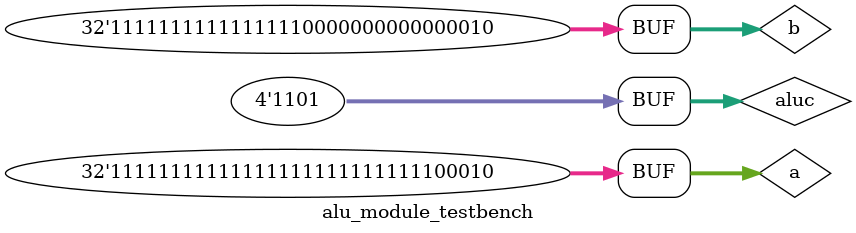
<source format=v>
`timescale 1ns / 1ps


module alu_module_testbench;

	// Inputs
	reg [31:0] a;
	reg [31:0] b;
	reg [3:0] aluc;

	// Outputs
	wire [31:0] r;
	wire zero;
	wire carry;
	wire negative;
	wire overflow;

	// Instantiate the Unit Under Test (UUT)
	alu_module uut (
		.a(a), 
		.b(b), 
		.aluc(aluc), 
		.r(r), 
		.zero(zero), 
		.carry(carry), 
		.negative(negative), 
		.overflow(overflow)
	);

	initial begin
		// Ä£¿éÒ» test
		a = 32'b01111111111111111111111111111111;
		b = 32'b01111111111111110000000000000000;
		aluc = 4'b1011;	  // slt
	

		// Wait 100 ns for global reset to finish
		#100;			


	   a = 32'b11111111111111110000010101010101;
		b = 32'b01111111111111000000000000000000;
		aluc = 4'b1011;    //slt
		#100;
		
		a = 32'b01111111111111110000010101010101;
		b = 32'b11111111111111000000000000000000;
		aluc = 4'b1011;    //slt
		#100;
		
		
		a = 32'b10000000000000000000000000000000;
		b = 32'b10000000000000000000000000000001;
		aluc = 4'b1011;    //subu
		#100;
		
		
		// Ä£¿é¶þ test
		a = 32'b10101010101010101010101010101010;
		b = 32'b11111111111111110000000000000000;
		aluc = 4'b0100;   //and
  		#100;
		
		a = 32'b10101010101010101010101010101010;
		b = 32'b11111111111111110000000000000000;
		aluc = 4'b0101;   //or
		#100;
		
		a = 32'b10101010101010101010101010101010;
		b = 32'b11111111111111110000000000000000;
		aluc = 4'b0110;   //xor
		#100;
		
		a = 32'b10101010101010101010101010101010;
		b = 32'b11111111111111110000000000000000;
		aluc = 4'b0111;   //nor
		#100;
		
		//Ä£¿éÈý test 
		a = 32'b10101010101010101010101010101010;
		b = 32'b11111111111111110000000000000000;
		aluc = 4'b1000;   //lui
		#100;
		
		
		//Ä£¿éËÄ test
		a = 32'b11111111111111111111111111100001;
		b = 32'b11111111111111110000000000000000;
		aluc = 4'b1100;   //sra
		#100;
		
		a = 32'b11111111111111111111111111100010;
		b = 32'b11111111111111110000000000000000;
		aluc = 4'b1110;   //sll
		#100;
		
		a = 32'b11111111111111111111111111100010; 
		b = 32'b11111111111111110000000000000010;
		aluc = 4'b1101;   //srl
		#100;
		
		
		
		
		

	end
      
endmodule


</source>
